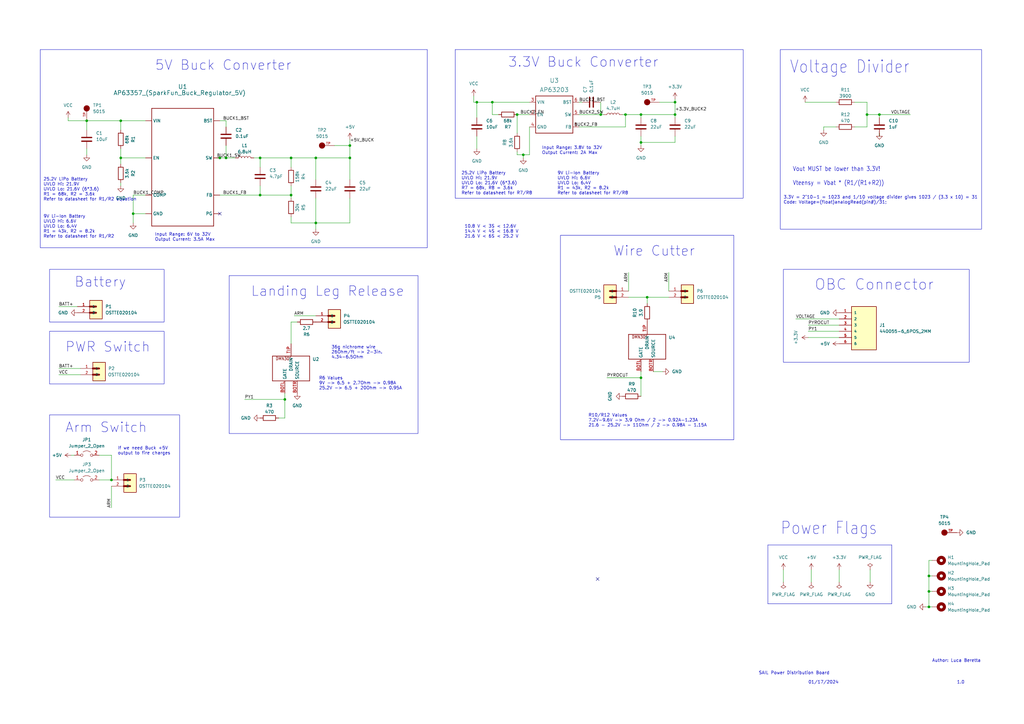
<source format=kicad_sch>
(kicad_sch (version 20230121) (generator eeschema)
  (paper "A3")
  (junction (at 201.93 41.91))
  (junction (at 129.54 64.77))
  (junction (at 276.86 46.99))
  (junction (at 129.54 91.44))
  (junction (at 262.89 58.42))
  (junction (at 256.54 46.99))
  (junction (at 212.09 46.99))
  (junction (at 119.38 64.77))
  (junction (at 45.72 196.85))
  (junction (at 35.56 49.53))
  (junction (at 262.89 46.99))
  (junction (at 265.43 121.92))
  (junction (at 246.38 46.99))
  (junction (at 214.63 63.5))
  (junction (at 116.84 163.83))
  (junction (at 381 248.92))
  (junction (at 54.61 87.63))
  (junction (at 92.71 64.77))
  (junction (at 90.17 64.77))
  (junction (at 143.51 59.69))
  (junction (at 381 236.22))
  (junction (at 360.68 46.99))
  (junction (at 195.58 41.91))
  (junction (at 276.86 41.91))
  (junction (at 355.6 46.99))
  (junction (at 49.53 64.77))
  (junction (at 106.68 64.77))
  (junction (at 262.89 154.94))
  (junction (at 381 242.57))
  (junction (at 143.51 64.77))
  (junction (at 106.68 80.01))
  (junction (at 119.38 80.01))
  (junction (at 49.53 49.53))
  (no_connect (at 245.11 237.49))
  (no_connect (at 90.17 87.63))
  (wire (pts (xy 214.63 63.5) (xy 217.17 63.5)))
  (wire (pts (xy 119.38 64.77) (xy 129.54 64.77)))
  (wire (pts (xy 360.68 46.99) (xy 373.38 46.99)) (stroke (width 0.1524)))
  (wire (pts (xy 262.89 55.88) (xy 262.89 58.42)))
  (wire (pts (xy 24.13 125.73) (xy 31.75 125.73)))
  (wire (pts (xy 201.93 46.99) (xy 204.47 46.99)))
  (wire (pts (xy 331.47 138.43) (xy 344.17 138.43)))
  (wire (pts (xy 106.68 80.01) (xy 119.38 80.01)))
  (wire (pts (xy 143.51 81.28) (xy 143.51 91.44)))
  (wire (pts (xy 353.06 41.91) (xy 355.6 41.91)) (stroke (width 0.1524)))
  (wire (pts (xy 119.38 64.77) (xy 119.38 68.58)))
  (wire (pts (xy 337.82 52.07) (xy 337.82 53.34)) (stroke (width 0.1524)))
  (wire (pts (xy 276.86 40.64) (xy 276.86 41.91)))
  (wire (pts (xy 45.72 186.69) (xy 45.72 196.85)))
  (wire (pts (xy 270.51 41.91) (xy 276.86 41.91)))
  (wire (pts (xy 356.87 233.68) (xy 356.87 238.76)))
  (wire (pts (xy 143.51 64.77) (xy 143.51 73.66)))
  (wire (pts (xy 143.51 57.15) (xy 143.51 59.69)))
  (wire (pts (xy 194.31 41.91) (xy 195.58 41.91)))
  (polyline (pts (xy 314.96 223.52) (xy 365.76 223.52)))
  (wire (pts (xy 262.89 58.42) (xy 262.89 59.69)))
  (wire (pts (xy 104.14 64.77) (xy 106.68 64.77)))
  (wire (pts (xy 237.49 52.07) (xy 256.54 52.07)))
  (wire (pts (xy 256.54 46.99) (xy 256.54 52.07)))
  (polyline (pts (xy 365.76 223.52) (xy 365.76 247.65)))
  (wire (pts (xy 24.13 153.67) (xy 33.02 153.67)))
  (wire (pts (xy 257.81 111.76) (xy 257.81 119.38)))
  (wire (pts (xy 120.65 129.54) (xy 129.54 129.54)))
  (wire (pts (xy 201.93 41.91) (xy 217.17 41.91)))
  (wire (pts (xy 106.68 64.77) (xy 119.38 64.77)))
  (wire (pts (xy 45.72 186.69) (xy 40.64 186.69)))
  (wire (pts (xy 271.78 152.4) (xy 267.97 152.4)))
  (wire (pts (xy 355.6 41.91) (xy 355.6 46.99)) (stroke (width 0.1524)))
  (wire (pts (xy 257.81 121.92) (xy 265.43 121.92)))
  (wire (pts (xy 212.09 46.99) (xy 212.09 54.61)))
  (wire (pts (xy 90.17 49.53) (xy 92.71 49.53)))
  (wire (pts (xy 129.54 73.66) (xy 129.54 64.77)))
  (wire (pts (xy 40.64 196.85) (xy 45.72 196.85)))
  (wire (pts (xy 195.58 55.88) (xy 195.58 60.96)))
  (wire (pts (xy 35.56 53.34) (xy 35.56 49.53)))
  (wire (pts (xy 194.31 41.91) (xy 194.31 39.37)))
  (wire (pts (xy 212.09 46.99) (xy 217.17 46.99)))
  (wire (pts (xy 92.71 64.77) (xy 92.71 59.69)))
  (wire (pts (xy 360.68 48.26) (xy 360.68 46.99)))
  (wire (pts (xy 265.43 121.92) (xy 274.32 121.92)))
  (wire (pts (xy 326.39 130.81) (xy 344.17 130.81)))
  (wire (pts (xy 237.49 41.91) (xy 238.76 41.91)))
  (wire (pts (xy 24.13 151.13) (xy 33.02 151.13)))
  (wire (pts (xy 262.89 162.56) (xy 262.89 154.94)))
  (wire (pts (xy 119.38 132.08) (xy 119.38 140.97)))
  (wire (pts (xy 246.38 41.91) (xy 246.38 46.99)))
  (wire (pts (xy 276.86 46.99) (xy 276.86 48.26)))
  (wire (pts (xy 248.92 154.94) (xy 262.89 154.94)))
  (wire (pts (xy 217.17 63.5) (xy 217.17 52.07)))
  (wire (pts (xy 49.53 60.96) (xy 49.53 64.77)))
  (wire (pts (xy 27.94 48.26) (xy 27.94 49.53)))
  (wire (pts (xy 137.16 59.69) (xy 143.51 59.69)))
  (wire (pts (xy 116.84 163.83) (xy 116.84 171.45)))
  (wire (pts (xy 212.09 62.23) (xy 212.09 63.5)))
  (wire (pts (xy 381 236.22) (xy 381 229.87)))
  (wire (pts (xy 214.63 64.77) (xy 214.63 63.5)))
  (wire (pts (xy 256.54 46.99) (xy 262.89 46.99)))
  (wire (pts (xy 106.68 76.2) (xy 106.68 80.01)))
  (wire (pts (xy 49.53 49.53) (xy 49.53 53.34)))
  (wire (pts (xy 100.33 163.83) (xy 116.84 163.83)))
  (wire (pts (xy 129.54 81.28) (xy 129.54 91.44)))
  (wire (pts (xy 88.9 64.77) (xy 90.17 64.77)))
  (polyline (pts (xy 314.96 247.65) (xy 314.96 223.52)))
  (wire (pts (xy 237.49 46.99) (xy 246.38 46.99)))
  (wire (pts (xy 119.38 76.2) (xy 119.38 80.01)))
  (wire (pts (xy 382.27 248.92) (xy 381 248.92)))
  (wire (pts (xy 27.94 49.53) (xy 35.56 49.53)))
  (wire (pts (xy 350.52 52.07) (xy 355.6 52.07)))
  (wire (pts (xy 381 236.22) (xy 381 242.57)))
  (wire (pts (xy 92.71 64.77) (xy 96.52 64.77)))
  (wire (pts (xy 143.51 59.69) (xy 143.51 64.77)))
  (wire (pts (xy 331.47 135.89) (xy 344.17 135.89)))
  (wire (pts (xy 201.93 41.91) (xy 201.93 46.99)))
  (wire (pts (xy 35.56 49.53) (xy 49.53 49.53)))
  (wire (pts (xy 129.54 91.44) (xy 143.51 91.44)))
  (wire (pts (xy 119.38 91.44) (xy 119.38 88.9)))
  (wire (pts (xy 54.61 80.01) (xy 54.61 87.63)))
  (wire (pts (xy 35.56 60.96) (xy 35.56 63.5)))
  (wire (pts (xy 344.17 233.68) (xy 344.17 238.76)))
  (wire (pts (xy 262.89 154.94) (xy 262.89 152.4)))
  (wire (pts (xy 262.89 46.99) (xy 276.86 46.99)))
  (wire (pts (xy 195.58 41.91) (xy 201.93 41.91)))
  (wire (pts (xy 121.92 132.08) (xy 119.38 132.08)))
  (wire (pts (xy 129.54 64.77) (xy 143.51 64.77)))
  (wire (pts (xy 321.31 238.76) (xy 321.31 233.68)))
  (wire (pts (xy 276.86 41.91) (xy 276.86 46.99)))
  (wire (pts (xy 331.47 133.35) (xy 344.17 133.35)))
  (wire (pts (xy 355.6 46.99) (xy 355.6 52.07)) (stroke (width 0.1524)))
  (wire (pts (xy 342.9 52.07) (xy 337.82 52.07)) (stroke (width 0.1524)))
  (wire (pts (xy 256.54 46.99) (xy 255.27 46.99)))
  (wire (pts (xy 330.2 41.91) (xy 342.9 41.91)) (stroke (width 0.1524)))
  (wire (pts (xy 274.32 111.76) (xy 274.32 119.38)))
  (wire (pts (xy 92.71 49.53) (xy 92.71 52.07)))
  (wire (pts (xy 49.53 76.2) (xy 49.53 74.93)))
  (wire (pts (xy 30.48 186.69) (xy 29.21 186.69)))
  (wire (pts (xy 90.17 64.77) (xy 92.71 64.77)))
  (wire (pts (xy 246.38 46.99) (xy 247.65 46.99)))
  (wire (pts (xy 276.86 55.88) (xy 276.86 58.42)))
  (wire (pts (xy 195.58 48.26) (xy 195.58 41.91)))
  (wire (pts (xy 129.54 91.44) (xy 129.54 93.98)))
  (wire (pts (xy 119.38 80.01) (xy 119.38 81.28)))
  (wire (pts (xy 45.72 199.39) (xy 45.72 208.28)))
  (wire (pts (xy 360.68 55.88) (xy 360.68 54.61)))
  (wire (pts (xy 116.84 161.29) (xy 116.84 163.83)))
  (wire (pts (xy 262.89 46.99) (xy 262.89 48.26)))
  (wire (pts (xy 49.53 49.53) (xy 59.69 49.53)))
  (wire (pts (xy 116.84 171.45) (xy 114.3 171.45)))
  (wire (pts (xy 381 236.22) (xy 382.27 236.22)))
  (wire (pts (xy 332.74 238.76) (xy 332.74 233.68)))
  (wire (pts (xy 54.61 91.44) (xy 54.61 87.63)))
  (wire (pts (xy 106.68 80.01) (xy 90.17 80.01)))
  (wire (pts (xy 350.52 41.91) (xy 353.06 41.91)))
  (polyline (pts (xy 314.96 247.65) (xy 365.76 247.65)))
  (wire (pts (xy 49.53 64.77) (xy 59.69 64.77)))
  (wire (pts (xy 49.53 64.77) (xy 49.53 67.31)))
  (wire (pts (xy 276.86 58.42) (xy 262.89 58.42)))
  (wire (pts (xy 355.6 46.99) (xy 360.68 46.99)) (stroke (width 0.1524)))
  (wire (pts (xy 22.86 196.85) (xy 30.48 196.85)))
  (wire (pts (xy 119.38 91.44) (xy 129.54 91.44)))
  (wire (pts (xy 106.68 64.77) (xy 106.68 68.58)))
  (wire (pts (xy 382.27 229.87) (xy 381 229.87)))
  (wire (pts (xy 381 242.57) (xy 381 248.92)))
  (wire (pts (xy 54.61 87.63) (xy 59.69 87.63)))
  (wire (pts (xy 265.43 124.46) (xy 265.43 121.92)))
  (wire (pts (xy 54.61 80.01) (xy 59.69 80.01)))
  (wire (pts (xy 382.27 242.57) (xy 381 242.57)))
  (wire (pts (xy 381 248.92) (xy 379.73 248.92)))
  (wire (pts (xy 212.09 63.5) (xy 214.63 63.5)))
  (rectangle (start 229.87 96.52) (end 300.99 180.34))
  (rectangle (start 93.98 113.03) (end 171.45 177.8))
  (rectangle (start 20.32 170.18) (end 73.66 212.09))
  (rectangle (start 186.69 20.32) (end 304.8 81.28))
  (rectangle (start 20.32 110.49) (end 67.31 132.08))
  (rectangle (start 16.51 20.32) (end 175.26 101.6))
  (rectangle (start 320.04 20.32) (end 402.59 93.98))
  (rectangle (start 20.32 135.89) (end 67.31 157.48))
  (rectangle (start 321.31 110.49) (end 397.51 148.59))
  (text "Input Range: 6V to 32V\nOutput Current: 3.5A Max" (at 63.5 99.06 0) (effects (font (size 1.27 1.27)) (justify left bottom)))
  (text "Landing Leg Release" (at 102.87 121.92 0) (effects (font (size 4 4)) (justify left bottom)))
  (text "If we need Buck +5V \noutput to fire charges" (at 48.26 186.69 0) (effects (font (size 1.27 1.27)) (justify left bottom)))
  (text "Vout MUST be lower than 3.3V!\n\nVteensy = Vbat * (R1/(R1+R2))" (at 325.12 76.2 0) (effects (font (size 1.778 1.5113)) (justify left bottom)))
  (text "R10/R12 Values\n7.2V-9.6V -> 3.9 Ohm / 2 -> 0.92A-1.23A\n21.6 - 25.2V -> 11Ohm / 2 -> 0.98A - 1.15A" (at 241.3 175.26 0) (effects (font (size 1.27 1.27)) (justify left bottom)))
  (text "01/17/2024" (at 331.47 280.67 0) (effects (font (size 1.27 1.27)) (justify left bottom)))
  (text "Wire Cutter" (at 251.46 105.41 0) (effects (font (size 4 4)) (justify left bottom)))
  (text "Author: Luca Beretta" (at 382.27 271.78 0) (effects (font (size 1.27 1.27)) (justify left bottom)))
  (text "Battery" (at 30.48 118.11 0) (effects (font (size 4 4)) (justify left bottom)))
  (text "25.2V LiPo Battery\nUVLO Hi: 21.9V\nUVLO Lo: 21.6V (6*3.6)\nR1 = 68k, R2 = 3.6k\nRefer to datasheet for R1/R2 equation" (at 17.78 82.55 0) (effects (font (size 1.27 1.27)) (justify left bottom)))
  (text "Power Flags" (at 320.04 219.71 0) (effects (font (size 5.08 4.318)) (justify left bottom)))
  (text "3.3V Buck Converter" (at 208.28 27.94 0) (effects (font (size 4 4)) (justify left bottom)))
  (text "3.3V = 2^10-1 = 1023 and 1/10 voltage divider gives 1023 / (3.3 x 10) = 31\nCode: Voltage=(float)analogRead(pin#)/31;" (at 321.31 83.82 0) (effects (font (size 1.27 1.27)) (justify left bottom)))
  (text "OBC Connector" (at 334.01 119.38 0) (effects (font (size 4.318 4.318)) (justify left bottom)))
  (text "1.0" (at 392.43 280.67 0) (effects (font (size 1.27 1.27)) (justify left bottom)))
  (text "5V Buck Converter" (at 63.5 29.21 0) (effects (font (size 4 4)) (justify left bottom)))
  (text "25.2V LiPo Battery\nUVLO Hi: 21.9V\nUVLO Lo: 21.6V (6*3.6)\nR7 = 68k, R8 = 3.6k\nRefer to datasheet for R7/R8" (at 189.23 80.01 0) (effects (font (size 1.27 1.27)) (justify left bottom)))
  (text "Input Range: 3.8V to 32V\nOutput Current: 2A Max" (at 222.25 63.5 0) (effects (font (size 1.27 1.27)) (justify left bottom)))
  (text "10.8 V < 3S < 12.6V\n14.4 V < 4S < 16.8 V\n21.6 V < 6S < 25.2 V" (at 190.5 97.79 0) (effects (font (size 1.27 1.27)) (justify left bottom)))
  (text "9V Li-Ion Battery\nUVLO Hi: 6.6V\nUVLO Lo: 6.4V\nR1 = 43k, R2 = 8.2k\nRefer to datasheet for R1/R2" (at 17.78 97.79 0) (effects (font (size 1.27 1.27)) (justify left bottom)))
  (text "R6 Values\n9V -> 6.5 + 2.7Ohm -> 0.98A \n25.2V -> 6.5 + 20Ohm -> 0.95A" (at 130.81 160.02 0) (effects (font (size 1.27 1.27)) (justify left bottom)))
  (text "Arm Switch" (at 26.67 177.8 0) (effects (font (size 4 4)) (justify left bottom)))
  (text "Voltage Divider" (at 323.85 30.48 0) (effects (font (size 5.08 4.318)) (justify left bottom)))
  (text "36g nichrome wire\n26Ohm/ft -> 2-3in.\n4.34-6.5Ohm" (at 135.89 147.32 0) (effects (font (size 1.27 1.27)) (justify left bottom)))
  (text "PWR Switch" (at 26.67 144.78 0) (effects (font (size 4 4)) (justify left bottom)))
  (text "9V Li-Ion Battery\nUVLO Hi: 6.6V\nUVLO Lo: 6.4V\nR1 = 43k, R2 = 8.2k\nRefer to datasheet for R7/R8" (at 228.6 80.01 0) (effects (font (size 1.27 1.27)) (justify left bottom)))
  (text "SAIL Power Distribution Board" (at 311.15 276.86 0) (effects (font (size 1.27 1.27)) (justify left bottom)))
  (label "VOLTAGE" (at 373.38 46.99 180) (effects (font (size 1.2446 1.2446))))
  (label "PY1" (at 100.33 163.83 0))
  (label "ARM" (at 120.65 129.54 0) (effects (font (size 1.2446 1.2446))))
  (label "BATT+" (at 24.13 125.73 0) (effects (font (size 1.2446 1.2446))))
  (label "ARM" (at 257.81 111.76 270) (effects (font (size 1.2446 1.2446))))
  (label "BATT+" (at 24.13 151.13 0) (effects (font (size 1.2446 1.2446))))
  (label "BUCK1_BST" (at 91.44 49.53 0) (effects (font (size 1.2446 1.2446))))
  (label "PYROCUT" (at 331.47 133.35 0))
  (label "BUCK1_COMP" (at 54.61 80.01 0) (effects (font (size 1.2446 1.2446))))
  (label "PYROCUT" (at 248.92 154.94 0))
  (label "BUCK1_SW" (at 88.9 64.77 0) (effects (font (size 1.2446 1.2446))))
  (label "BUCK2_BST" (at 237.49 41.91 0) (effects (font (size 1.2446 1.2446))))
  (label "+5V_BUCK" (at 143.51 58.42 0) (effects (font (size 1.2446 1.2446))))
  (label "ARM" (at 274.32 111.76 270) (effects (font (size 1.2446 1.2446))))
  (label "VCC" (at 24.13 153.67 0) (effects (font (size 1.2446 1.2446))))
  (label "BUCK2_FB" (at 245.11 52.07 180) (effects (font (size 1.2446 1.2446))))
  (label "ARM" (at 45.72 208.28 90) (effects (font (size 1.2446 1.2446))))
  (label "PY1" (at 331.47 135.89 0))
  (label "+3.3V_BUCK2" (at 276.86 45.72 0) (effects (font (size 1.2446 1.2446))))
  (label "BUCK2_EN" (at 213.36 46.99 0) (effects (font (size 1.2446 1.2446))))
  (label "VCC" (at 22.86 196.85 0) (effects (font (size 1.2446 1.2446))))
  (label "VOLTAGE" (at 326.39 130.81 0) (effects (font (size 1.2446 1.2446))))
  (label "BUCK1_FB" (at 91.44 80.01 0) (effects (font (size 1.2446 1.2446))))
  (label "BUCK2_SW" (at 237.49 46.99 0) (effects (font (size 1.2446 1.2446))))
  (symbol (lib_id "Device:C") (at 262.89 52.07 0) (unit 1)
    (property "Reference" "C8" (at 266.7 49.53 0) (effects (justify left)))
    (property "Value" "22uF" (at 266.7 52.07 0) (effects (justify left)))
    (property "Footprint" "CustomFootprintLib:0805-NO (Capacitor)" (effects hide))
    (property "Datasheet" "https://product.tdk.com/system/files/dam/doc/product/capacitor/ceramic/mlcc/catalog/mlcc_commercial_general_en.pdf" (effects hide))
    (property "MANUFACTURER" "TDK Corporation" (effects hide))
    (property "Item #" "4" (effects hide))
    (property "Package/Footprint" "0805" (effects hide))
    (property "Type" "SMD" (effects hide))
    (property "Distributor" "DigiKey" (effects hide))
    (property "Produce Page" "https://www.digikey.com/en/products/detail/tdk-corporation/C2012X5R1V226M125AC/3951664" (effects hide))
    (property "Price" "$0.82" (effects hide))
    (property "Distributor Part Number" "445-14428-1-ND" (effects hide))
  )
  (symbol (lib_id "power:GND") (at 255.27 162.56 270) (unit 1)
    (property "Reference" "#PWR013" (effects hide))
    (property "Value" "GND" (at 250.19 162.56 0))
  )
  (symbol (lib_id "power:GND") (at 121.92 161.29 0) (unit 1)
    (property "Reference" "#PWR07" (effects hide))
    (property "Value" "GND" (at 121.92 166.37 0))
  )
  (symbol (lib_name "TERMBLOCK_OSTTE020104_35MM_2") (lib_id "CustomComponents:TERMBLOCK_OSTTE020104_35MM") (at 36.83 125.73 0) (unit 1)
    (property "Reference" "P1" (at 43.18 125.73 0) (effects (justify left)))
    (property "Value" "OSTTE020104" (at 43.18 128.27 0) (effects (justify left)))
    (property "Footprint" "CustomFootprintLib:TERMBLOCK_OSTTE020104_3_5MM" (effects hide))
    (property "Datasheet" "https://www.on-shore.com/wp-content/uploads/OSTTEXX0104.pdf" (effects hide))
    (property "MANUFACTURER" "On Shore Technology Inc." (effects hide))
    (property "Item #" "13" (effects hide))
    (property "Mfg Part #" "OSTTE020104" (effects hide))
    (property "Type" "THT" (effects hide))
    (property "Distributor" "DigiKey" (effects hide))
    (property "Produce Page" "https://www.digikey.com/en/products/detail/on-shore-technology-inc/OSTTE020104/2351816" (effects hide))
    (property "Price" "$0.79" (effects hide))
    (property "Distributor Part Number" "ED2740-ND" (effects hide))
  )
  (symbol (lib_id "power:GND") (at 195.58 60.96 0) (unit 1)
    (property "Reference" "#PWR011" (effects hide))
    (property "Value" "GND" (at 195.58 66.04 0))
  )
  (symbol (lib_id "power:GND") (at 344.17 128.27 270) (unit 1)
    (property "Reference" "#PWR022" (effects hide))
    (property "Value" "GND" (at 340.36 128.27 90) (effects (justify right)))
  )
  (symbol (lib_id "Device:C") (at 195.58 52.07 0) (unit 1)
    (property "Reference" "C6" (at 199.39 49.53 0) (effects (justify left)))
    (property "Value" "10uF" (at 199.39 52.07 0) (effects (justify left)))
    (property "Footprint" "CustomFootprintLib:0805-NO (Capacitor)" (effects hide))
    (property "Datasheet" "https://product.tdk.com/system/files/dam/doc/product/capacitor/ceramic/mlcc/catalog/mlcc_commercial_general_en.pdf" (effects hide))
    (property "MANUFACTURER" "TDK Corporation" (effects hide))
    (property "Item #" "1" (effects hide))
    (property "Mfg Part #" "C2012X5R1V106K125AC" (effects hide))
    (property "Package/Footprint" "0805" (effects hide))
    (property "Type" "SMD" (effects hide))
    (property "Distributor" "DigiKey" (effects hide))
    (property "Produce Page" "https://www.digikey.com/en/products/detail/tdk-corporation/C2012X5R1V106K125AC/3951654" (effects hide))
    (property "Price" "$0.66" (effects hide))
    (property "Distributor Part Number" "445-14418-1-ND" (effects hide))
  )
  (symbol (lib_id "Device:R") (at 110.49 171.45 90) (unit 1)
    (property "Reference" "R3" (at 110.49 166.37 90))
    (property "Value" "470" (at 110.49 168.91 90))
    (property "Footprint" "CustomFootprintLib:0805-NO-Resistor" (effects hide))
    (property "Datasheet" "https://www.seielect.com/catalog/sei-rmcf_rmcp.pdf" (effects hide))
    (property "Item #" "16" (effects hide))
    (property "Mfg Part #" "RMCF0805FT470R" (effects hide))
    (property "Package/Footprint" "0805" (effects hide))
    (property "Type" "SMD" (effects hide))
    (property "Distributor" "DigiKey" (effects hide))
    (property "Produce Page" "https://www.digikey.com/en/products/detail/stackpole-electronics-inc/RMCF0805FT470R/1760300" (effects hide))
    (property "MANUFACTURER" "Stackpole Electronics Inc" (effects hide))
    (property "Price" "$0.10" (effects hide))
    (property "Distributor Part Number" "RMCF0805FT470RCT-ND" (effects hide))
  )
  (symbol (lib_id "CustomComponents:TERMBLOCK_OSTTE020104_35MM") (at 38.1 151.13 0) (unit 1)
    (property "Reference" "P2" (at 45.72 151.13 0))
    (property "Value" "OSTTE020104" (at 50.8 153.67 0))
    (property "Footprint" "CustomFootprintLib:TERMBLOCK_OSTTE020104_3_5MM" (effects hide))
    (property "Datasheet" "https://www.on-shore.com/wp-content/uploads/OSTTEXX0104.pdf" (effects hide))
    (property "MANUFACTURER" "On Shore Technology Inc." (effects hide))
    (property "Item #" "13" (effects hide))
    (property "Mfg Part #" "OSTTE020104" (effects hide))
    (property "Type" "THT" (effects hide))
    (property "Distributor" "DigiKey" (effects hide))
    (property "Produce Page" "https://www.digikey.com/en/products/detail/on-shore-technology-inc/OSTTE020104/2351816" (effects hide))
    (property "Price" "$0.79" (effects hide))
    (property "Distributor Part Number" "ED2740-ND" (effects hide))
  )
  (symbol (lib_id "Device:R") (at 49.53 71.12 0) (unit 1)
    (property "Reference" "R2" (at 54.61 71.12 90))
    (property "Value" "3.6k" (at 52.07 71.12 90))
    (property "Footprint" "CustomFootprintLib:0805-NO-Resistor" (effects hide))
    (property "Datasheet" "https://www.seielect.com/catalog/sei-rmcf_rmcp.pdf" (effects hide))
    (property "Item #" "15" (effects hide))
    (property "Mfg Part #" "RMCF0805FT3K60" (effects hide))
    (property "Package/Footprint" "0805" (effects hide))
    (property "Type" "SMD" (effects hide))
    (property "Distributor" "DigiKey" (effects hide))
    (property "Produce Page" "https://www.digikey.com/en/products/detail/stackpole-electronics-inc/RMCF0805FT3K60/1712987" (effects hide))
    (property "MANUFACTURER" "Stackpole Electronics Inc" (effects hide))
    (property "Price" "$0.10" (effects hide))
    (property "Distributor Part Number" "RMCF0805FT3K60CT-ND" (effects hide))
  )
  (symbol (lib_id "Device:C") (at 129.54 77.47 0) (unit 1)
    (property "Reference" "C4" (at 133.35 74.93 0) (effects (justify left)))
    (property "Value" "22uF" (at 133.35 77.47 0) (effects (justify left)))
    (property "Footprint" "CustomFootprintLib:0805-NO (Capacitor)" (effects hide))
    (property "Datasheet" "https://product.tdk.com/system/files/dam/doc/product/capacitor/ceramic/mlcc/catalog/mlcc_commercial_general_en.pdf" (effects hide))
    (property "MANUFACTURER" "TDK Corporation" (effects hide))
    (property "Item #" "4" (effects hide))
    (property "Package/Footprint" "0805" (effects hide))
    (property "Type" "SMD" (effects hide))
    (property "Distributor" "DigiKey" (effects hide))
    (property "Produce Page" "https://www.digikey.com/en/products/detail/tdk-corporation/C2012X5R1V226M125AC/3951664" (effects hide))
    (property "Price" "$0.82" (effects hide))
    (property "Distributor Part Number" "445-14428-1-ND" (effects hide))
  )
  (symbol (lib_id "Device:C") (at 143.51 77.47 0) (unit 1)
    (property "Reference" "C5" (at 147.32 74.93 0) (effects (justify left)))
    (property "Value" "22uF" (at 147.32 77.47 0) (effects (justify left)))
    (property "Footprint" "CustomFootprintLib:0805-NO (Capacitor)" (effects hide))
    (property "Datasheet" "https://product.tdk.com/system/files/dam/doc/product/capacitor/ceramic/mlcc/catalog/mlcc_commercial_general_en.pdf" (effects hide))
    (property "MANUFACTURER" "TDK Corporation" (effects hide))
    (property "Item #" "4" (effects hide))
    (property "Package/Footprint" "0805" (effects hide))
    (property "Type" "SMD" (effects hide))
    (property "Distributor" "DigiKey" (effects hide))
    (property "Produce Page" "https://www.digikey.com/en/products/detail/tdk-corporation/C2012X5R1V226M125AC/3951664" (effects hide))
    (property "Price" "$0.82" (effects hide))
    (property "Distributor Part Number" "445-14428-1-ND" (effects hide))
  )
  (symbol (lib_id "power:PWR_FLAG") (at 321.31 238.76 0) (mirror x) (unit 1)
    (property "Reference" "#FLG01" (effects hide))
    (property "Value" "PWR_FLAG" (at 321.31 243.84 0))
  )
  (symbol (lib_id "Device:C") (at 106.68 72.39 0) (unit 1)
    (property "Reference" "C3" (at 110.49 69.85 0) (effects (justify left)))
    (property "Value" "4.7pF" (at 110.49 72.39 0) (effects (justify left)))
    (property "Footprint" "CustomFootprintLib:0805-NO (Capacitor)" (effects hide))
    (property "Datasheet" "https://datasheets.kyocera-avx.com/C0GNP0-KGM.pdf" (effects hide))
    (property "MANUFACTURER" "KYOCERA AVX" (effects hide))
    (property "Item #" "3" (effects hide))
    (property "Mfg Part #" "KGM21BCG1H4R7BT" (effects hide))
    (property "Package/Footprint" "0805" (effects hide))
    (property "Type" "SMD" (effects hide))
    (property "Distributor" "DigiKey" (effects hide))
    (property "Produce Page" "https://www.digikey.com/en/products/detail/kyocera-avx/KGM21BCG1H4R7BT/1602643" (effects hide))
    (property "Price" "$0.19" (effects hide))
    (property "Distributor Part Number" "478-KGM21BCG1H4R7BTCT-ND" (effects hide))
  )
  (symbol (lib_id "Mechanical:MountingHole_Pad") (at 384.81 236.22 270) (unit 1)
    (property "Reference" "H2" (at 388.62 234.95 90) (effects (justify left)))
    (property "Value" "MountingHole_Pad" (at 388.62 237.49 90) (effects (justify left)))
    (property "Footprint" "MountingHole:MountingHole_3mm_Pad" (effects hide))
    (property "Datasheet" "-" (effects hide))
    (property "Item #" "8" (effects hide))
    (property "Mfg Part #" "-" (effects hide))
    (property "Notes" "-" (effects hide))
    (property "Package/Footprint" "-" (effects hide))
    (property "Type" "-" (effects hide))
    (property "Distributor" "-" (effects hide))
    (property "Produce Page" "-" (effects hide))
    (property "MANUFACTURER" "-" (effects hide))
    (property "Price" "-" (effects hide))
    (property "Distributor Part Number" "-" (effects hide))
  )
  (symbol (lib_id "power:PWR_FLAG") (at 344.17 238.76 0) (mirror x) (unit 1)
    (property "Reference" "#FLG03" (effects hide))
    (property "Value" "PWR_FLAG" (at 344.17 243.84 0))
  )
  (symbol (lib_id "Device:R") (at 346.71 52.07 90) (unit 1)
    (property "Reference" "R12" (at 346.71 46.99 90))
    (property "Value" "470" (at 346.71 49.53 90))
    (property "Footprint" "CustomFootprintLib:0805-NO-Resistor" (effects hide))
    (property "Datasheet" "https://www.seielect.com/catalog/sei-rmcf_rmcp.pdf" (effects hide))
    (property "Item #" "16" (effects hide))
    (property "Mfg Part #" "RMCF0805FT470R" (effects hide))
    (property "Package/Footprint" "0805" (effects hide))
    (property "Type" "SMD" (effects hide))
    (property "Distributor" "DigiKey" (effects hide))
    (property "Produce Page" "https://www.digikey.com/en/products/detail/stackpole-electronics-inc/RMCF0805FT470R/1760300" (effects hide))
    (property "MANUFACTURER" "Stackpole Electronics Inc" (effects hide))
    (property "Price" "$0.10" (effects hide))
    (property "Distributor Part Number" "RMCF0805FT470RCT-ND" (effects hide))
  )
  (symbol (lib_id "Device:R") (at 125.73 132.08 270) (unit 1)
    (property "Reference" "R6" (at 125.73 137.16 90))
    (property "Value" "2.7" (at 125.73 134.62 90))
    (property "Footprint" "Resistor_THT:R_Axial_DIN0204_L3.6mm_D1.6mm_P2.54mm_Vertical" (effects hide))
    (property "Datasheet" "https://www.seielect.com/catalog/sei-rmcf_rmcp.pdf" (effects hide))
    (property "Item #" "15" (effects hide))
    (property "Package/Footprint" "0805" (effects hide))
    (property "Type" "THT" (effects hide))
    (property "Distributor" "DigiKey" (effects hide))
    (property "Produce Page" "https://www.digikey.com/en/products/detail/stackpole-electronics-inc/CFM12JT2R70/1741892" (effects hide))
    (property "Price" "$0.10" (effects hide))
    (property "Distributor Part Number" "S2.7HCT-ND" (effects hide))
  )
  (symbol (lib_id "Device:R") (at 208.28 46.99 270) (unit 1)
    (property "Reference" "R7" (at 208.28 52.07 90))
    (property "Value" "68k" (at 208.28 49.53 90))
    (property "Footprint" "CustomFootprintLib:0805-NO-Resistor" (effects hide))
    (property "Datasheet" "https://www.koaspeer.com/pdfs/RK73B.pdf" (effects hide))
    (property "Item #" "14" (effects hide))
    (property "Mfg Part #" "RK73B2ATTD683J" (effects hide))
    (property "Package/Footprint" "0805" (effects hide))
    (property "Type" "SMD" (effects hide))
    (property "Distributor" "DigiKey" (effects hide))
    (property "Produce Page" "https://www.digikey.com/en/products/detail/koa-speer-electronics-inc/RK73B2ATTD683J/10236511" (effects hide))
    (property "MANUFACTURER" "KOA Speer Electronics, Inc." (effects hide))
    (property "Price" "$0.10" (effects hide))
    (property "Distributor Part Number" "2019-RK73B2ATTD683JCT-ND" (effects hide))
  )
  (symbol (lib_id "power:GND") (at 129.54 93.98 0) (unit 1)
    (property "Reference" "#PWR08" (effects hide))
    (property "Value" "GND" (at 129.54 99.06 0))
  )
  (symbol (lib_id "power:+5V") (at 344.17 140.97 90) (unit 1)
    (property "Reference" "#PWR023" (effects hide))
    (property "Value" "+5V" (at 340.36 140.97 90) (effects (justify left)))
  )
  (symbol (lib_id "CustomComponents:440055-6_6POS_2MM") (at 354.33 135.89 0) (unit 1)
    (property "Reference" "J1" (at 360.68 133.35 0) (effects (justify left)))
    (property "Value" "440055-6_6POS_2MM" (at 360.68 135.89 0) (effects (justify left)))
    (property "Footprint" "CustomFootprintLib:TE_440055-6_6POS_2MM" (effects hide))
    (property "Datasheet" "https://www.te.com/usa-en/product-440055-6.datasheet.pdf" (effects hide))
    (property "MANUFACTURER" "TE Connectivity AMP Connectors" (effects hide))
    (property "Item #" "9" (effects hide))
    (property "Type" "SMD" (effects hide))
    (property "Distributor" "DigiKey" (effects hide))
    (property "Produce Page" "https://www.digikey.com/en/products/detail/te-connectivity-amp-connectors/440055-6/2077950" (effects hide))
    (property "Price" "$0.41" (effects hide))
    (property "Distributor Part Number" "A100047-ND" (effects hide))
  )
  (symbol (lib_id "power:GND") (at 262.89 59.69 0) (unit 1)
    (property "Reference" "#PWR014" (effects hide))
    (property "Value" "GND" (at 262.89 64.77 0))
  )
  (symbol (lib_id "Jumper:Jumper_2_Open") (at 35.56 196.85 0) (unit 1)
    (property "Reference" "JP3" (at 35.56 190.5 0))
    (property "Value" "Jumper_2_Open" (at 35.56 193.04 0))
    (property "Footprint" "Jumper:SolderJumper-2_P1.3mm_Open_Pad1.0x1.5mm" (effects hide))
    (property "Datasheet" "-" (effects hide))
    (property "Distributor Part Number" "-" (effects hide))
    (property "Distributor" "-" (effects hide))
    (property "Item #" "10" (effects hide))
    (property "MANUFACTURER" "-" (effects hide))
    (property "Mfg Part #" "-" (effects hide))
    (property "Notes" "-" (effects hide))
    (property "Package/Footprint" "-" (effects hide))
    (property "Price" "-" (effects hide))
    (property "Produce Page" "-" (effects hide))
    (property "Type" "-" (effects hide))
  )
  (symbol (lib_id "Device:R") (at 346.71 41.91 90) (unit 1)
    (property "Reference" "R11" (at 346.71 36.83 90))
    (property "Value" "3900" (at 346.71 39.37 90))
    (property "Footprint" "CustomFootprintLib:0805-NO-Resistor" (effects hide))
    (property "Datasheet" "https://www.seielect.com/catalog/sei-rmcf_rmcp.pdf" (effects hide))
    (property "Item #" "21" (effects hide))
    (property "Mfg Part #" "RMCF0805FT3K90" (effects hide))
    (property "Package/Footprint" "0805" (effects hide))
    (property "Type" "SMD" (effects hide))
    (property "Distributor" "DigiKey" (effects hide))
    (property "Produce Page" "https://www.digikey.com/en/products/detail/stackpole-electronics-inc/RMCF0805FT3K90/1760599" (effects hide))
    (property "MANUFACTURER" "Stackpole Electronics Inc" (effects hide))
    (property "Price" "$0.10" (effects hide))
    (property "Distributor Part Number" "RMCF0805FT3K90CT-ND" (effects hide))
  )
  (symbol (lib_id "power:VCC") (at 194.31 39.37 0) (unit 1)
    (property "Reference" "#PWR010" (effects hide))
    (property "Value" "VCC" (at 194.31 34.29 0))
  )
  (symbol (lib_id "Device:C") (at 92.71 55.88 0) (unit 1)
    (property "Reference" "C2" (at 96.52 53.34 0) (effects (justify left)))
    (property "Value" "0.1uF" (at 96.52 55.88 0) (effects (justify left)))
    (property "Footprint" "CustomFootprintLib:0805-NO (Capacitor)" (effects hide))
    (property "Datasheet" "https://www.yageo.com/upload/media/product/app/datasheet/mlcc/upy-gphc_x7r_6_3v-to-250v.pdf" (effects hide))
    (property "MANUFACTURER" "YAGEO" (effects hide))
    (property "Item #" "2" (effects hide))
    (property "Mfg Part #" "CC0805KRX7R9BB104" (effects hide))
    (property "Package/Footprint" "0805" (effects hide))
    (property "Type" "SMD" (effects hide))
    (property "Distributor" "DigiKey" (effects hide))
    (property "Produce Page" "https://www.digikey.com/en/products/detail/yageo/CC0805KRX7R9BB104/302874" (effects hide))
    (property "Price" "$0.10" (effects hide))
    (property "Distributor Part Number" "311-1140-1-ND" (effects hide))
  )
  (symbol (lib_id "power:GND") (at 35.56 63.5 0) (unit 1)
    (property "Reference" "#PWR03" (effects hide))
    (property "Value" "GND" (at 35.56 68.58 0))
  )
  (symbol (lib_id "CustomComponents:TERMBLOCK_OSTTE020104_35MM") (at 50.8 196.85 0) (unit 1)
    (property "Reference" "P3" (at 58.42 196.85 0))
    (property "Value" "OSTTE020104" (at 63.5 199.39 0))
    (property "Footprint" "CustomFootprintLib:TERMBLOCK_OSTTE020104_3_5MM" (effects hide))
    (property "Datasheet" "https://www.on-shore.com/wp-content/uploads/OSTTEXX0104.pdf" (effects hide))
    (property "MANUFACTURER" "On Shore Technology Inc." (effects hide))
    (property "Item #" "13" (effects hide))
    (property "Mfg Part #" "OSTTE020104" (effects hide))
    (property "Type" "THT" (effects hide))
    (property "Distributor" "DigiKey" (effects hide))
    (property "Produce Page" "https://www.digikey.com/en/products/detail/on-shore-technology-inc/OSTTE020104/2351816" (effects hide))
    (property "Price" "$0.79" (effects hide))
    (property "Distributor Part Number" "ED2740-ND" (effects hide))
  )
  (symbol (lib_id "power:VCC") (at 321.31 233.68 0) (unit 1)
    (property "Reference" "#PWR017" (effects hide))
    (property "Value" "VCC" (at 321.31 228.6 0))
  )
  (symbol (lib_id "power:+5V") (at 332.74 233.68 0) (mirror y) (unit 1)
    (property "Reference" "#PWR020" (effects hide))
    (property "Value" "+5V" (at 332.74 228.6 0))
  )
  (symbol (lib_id "power:PWR_FLAG") (at 332.74 238.76 0) (mirror x) (unit 1)
    (property "Reference" "#FLG02" (effects hide))
    (property "Value" "PWR_FLAG" (at 332.74 243.84 0))
  )
  (symbol (lib_id "power:GND") (at 379.73 248.92 270) (unit 1)
    (property "Reference" "#PWR027" (effects hide))
    (property "Value" "GND" (at 375.92 248.92 90) (effects (justify right)))
  )
  (symbol (lib_id "CustomComponents:Sparkfun_Buck_AP63203_3.3") (at 227.33 46.99 0) (unit 1)
    (property "Reference" "U3" (at 227.33 33.02 0) (effects (font (size 1.778 1.778))))
    (property "Value" "AP63203" (at 227.33 36.83 0) (effects (font (size 1.778 1.778))))
    (property "Footprint" "CustomFootprintLib:BUCK_AP63203_3.3_SPARKFUN" (effects hide))
    (property "Datasheet" "https://www.diodes.com/assets/Datasheets/AP63200-AP63201-AP63203-AP63205.pdf" (effects hide))
    (property "Item #" "25" (effects hide))
    (property "Mfg Part #" "AP63203WU-7" (effects hide))
    (property "Package/Footprint" "TSOT-23-6" (effects hide))
    (property "Type" "SMD" (effects hide))
    (property "Distributor" "DigiKey" (effects hide))
    (property "Produce Page" "https://www.digikey.com/en/products/detail/diodes-incorporated/AP63203WU-7/9858426" (effects hide))
    (property "MANUFACTURER" "Diodes Incorporated" (effects hide))
    (property "Price" "$0.87" (effects hide))
    (property "Distributor Part Number" "AP63203WU-7DICT-ND" (effects hide))
  )
  (symbol (lib_id "Device:R") (at 119.38 85.09 0) (unit 1)
    (property "Reference" "R5" (at 124.46 85.09 90))
    (property "Value" "30k" (at 121.92 85.09 90))
    (property "Footprint" "CustomFootprintLib:0805-NO-Resistor" (effects hide))
    (property "Datasheet" "https://www.seielect.com/catalog/sei-rmcf_rmcp.pdf" (effects hide))
    (property "Item #" "18" (effects hide))
    (property "Mfg Part #" "RMCF0805FT30K0" (effects hide))
    (property "Package/Footprint" "0805" (effects hide))
    (property "Type" "SMD" (effects hide))
    (property "Distributor" "DigiKey" (effects hide))
    (property "Produce Page" "https://www.digikey.com/en/products/detail/stackpole-electronics-inc/RMCF0805FT30K0/1760543" (effects hide))
    (property "MANUFACTURER" "Stackpole Electronics Inc" (effects hide))
    (property "Price" "$0.10" (effects hide))
    (property "Distributor Part Number" "RMCF0805FT30K0CT-ND" (effects hide))
  )
  (symbol (lib_id "power:+5V") (at 29.21 186.69 90) (unit 1)
    (property "Reference" "#PWR029" (effects hide))
    (property "Value" "+5V" (at 25.4 186.69 90) (effects (justify left)))
  )
  (symbol (lib_id "power:VCC") (at 27.94 48.26 0) (unit 1)
    (property "Reference" "#PWR01" (effects hide))
    (property "Value" "VCC" (at 27.94 43.18 0))
  )
  (symbol (lib_id "power:GND") (at 54.61 91.44 0) (unit 1)
    (property "Reference" "#PWR05" (effects hide))
    (property "Value" "GND" (at 54.61 96.52 0))
  )
  (symbol (lib_id "CustomComponents:DMN3051L-7") (at 119.38 156.21 0) (unit 1)
    (property "Reference" "U2" (at 129.54 147.32 0))
    (property "Value" "DMN3051L-7" (effects hide))
    (property "Footprint" "CustomFootprintLib:DMN3051L-7" (effects hide))
    (property "Datasheet" "https://www.diodes.com/assets/Datasheets/ds31347.pdf" (effects hide))
    (property "Item #" "24" (effects hide))
    (property "Mfg Part #" "DMN3051L-7" (effects hide))
    (property "Package/Footprint" "SOT-23-3" (effects hide))
    (property "Type" "SMD" (effects hide))
    (property "Distributor" "DigiKey" (effects hide))
    (property "Produce Page" "https://www.digikey.com/en/products/detail/diodes-incorporated/DMN3051L-7/1964680" (effects hide))
    (property "MANUFACTURER" "Diodes Incorporated" (effects hide))
    (property "Price" "$0.46" (effects hide))
    (property "Distributor Part Number" "DMN3051LDICT-ND" (effects hide))
  )
  (symbol (lib_id "Mechanical:MountingHole_Pad") (at 384.81 248.92 270) (unit 1)
    (property "Reference" "H4" (at 388.62 247.65 90) (effects (justify left)))
    (property "Value" "MountingHole_Pad" (at 388.62 250.19 90) (effects (justify left)))
    (property "Footprint" "MountingHole:MountingHole_3mm_Pad" (effects hide))
    (property "Datasheet" "-" (effects hide))
    (property "Item #" "8" (effects hide))
    (property "Mfg Part #" "-" (effects hide))
    (property "Notes" "-" (effects hide))
    (property "Package/Footprint" "-" (effects hide))
    (property "Type" "-" (effects hide))
    (property "Distributor" "-" (effects hide))
    (property "Produce Page" "-" (effects hide))
    (property "MANUFACTURER" "-" (effects hide))
    (property "Price" "-" (effects hide))
    (property "Distributor Part Number" "-" (effects hide))
  )
  (symbol (lib_id "Device:C") (at 276.86 52.07 0) (unit 1)
    (property "Reference" "C9" (at 280.67 49.53 0) (effects (justify left)))
    (property "Value" "22uF" (at 280.67 52.07 0) (effects (justify left)))
    (property "Footprint" "CustomFootprintLib:0805-NO (Capacitor)" (effects hide))
    (property "Datasheet" "https://product.tdk.com/system/files/dam/doc/product/capacitor/ceramic/mlcc/catalog/mlcc_commercial_general_en.pdf" (effects hide))
    (property "MANUFACTURER" "TDK Corporation" (effects hide))
    (property "Item #" "4" (effects hide))
    (property "Package/Footprint" "0805" (effects hide))
    (property "Type" "SMD" (effects hide))
    (property "Distributor" "DigiKey" (effects hide))
    (property "Produce Page" "https://www.digikey.com/en/products/detail/tdk-corporation/C2012X5R1V226M125AC/3951664" (effects hide))
    (property "Price" "$0.82" (effects hide))
    (property "Distributor Part Number" "445-14428-1-ND" (effects hide))
  )
  (symbol (lib_id "CustomComponents:TERMBLOCK_OSTTE020104_35MM") (at 279.4 119.38 0) (unit 1)
    (property "Reference" "P6" (at 285.75 119.38 0) (effects (justify left)))
    (property "Value" "OSTTE020104" (at 285.75 121.92 0) (effects (justify left)))
    (property "Footprint" "CustomFootprintLib:TERMBLOCK_OSTTE020104_3_5MM" (effects hide))
    (property "Datasheet" "https://www.on-shore.com/wp-content/uploads/OSTTEXX0104.pdf" (effects hide))
    (property "MANUFACTURER" "On Shore Technology Inc." (effects hide))
    (property "Item #" "13" (effects hide))
    (property "Mfg Part #" "OSTTE020104" (effects hide))
    (property "Type" "THT" (effects hide))
    (property "Distributor" "DigiKey" (effects hide))
    (property "Produce Page" "https://www.digikey.com/en/products/detail/on-shore-technology-inc/OSTTE020104/2351816" (effects hide))
    (property "Price" "$0.79" (effects hide))
    (property "Distributor Part Number" "ED2740-ND" (effects hide))
  )
  (symbol (lib_id "power:GND") (at 214.63 64.77 0) (unit 1)
    (property "Reference" "#PWR012" (effects hide))
    (property "Value" "GND" (at 214.63 69.85 0))
  )
  (symbol (lib_id "Device:L") (at 251.46 46.99 90) (unit 1)
    (property "Reference" "L2" (at 251.46 41.91 90))
    (property "Value" "4.7uH" (at 251.46 44.45 90))
    (property "Footprint" "CustomFootprintLib:IND_NRS4018T4R7MDGJ_4.7uH" (effects hide))
    (property "Datasheet" "https://www.yuden.co.jp/productdata/catalog/wound04_e.pdf" (effects hide))
    (property "Item #" "12" (effects hide))
    (property "Mfg Part #" "NRS4018T4R7MDGJ" (effects hide))
    (property "Type" "SMD" (effects hide))
    (property "Distributor" "DigiKey" (effects hide))
    (property "MANUFACTURER" "Taiyo Yuden" (effects hide))
    (property "Produce Page" "https://www.digikey.com/en/products/detail/taiyo-yuden/NRS4018T4R7MDGJ/2648971" (effects hide))
    (property "Price" "$0.23" (effects hide))
    (property "Distributor Part Number" "587-2893-1-ND" (effects hide))
  )
  (symbol (lib_id "Jumper:Jumper_2_Open") (at 35.56 186.69 0) (unit 1)
    (property "Reference" "JP1" (at 35.56 180.34 0))
    (property "Value" "Jumper_2_Open" (at 35.56 182.88 0))
    (property "Footprint" "Jumper:SolderJumper-2_P1.3mm_Open_Pad1.0x1.5mm" (effects hide))
    (property "Datasheet" "-" (effects hide))
    (property "Distributor Part Number" "-" (effects hide))
    (property "Distributor" "-" (effects hide))
    (property "Item #" "10" (effects hide))
    (property "MANUFACTURER" "-" (effects hide))
    (property "Mfg Part #" "-" (effects hide))
    (property "Notes" "-" (effects hide))
    (property "Package/Footprint" "-" (effects hide))
    (property "Price" "-" (effects hide))
    (property "Produce Page" "-" (effects hide))
    (property "Type" "-" (effects hide))
  )
  (symbol (lib_id "power:+3.3V") (at 344.17 233.68 0) (unit 1)
    (property "Reference" "#PWR024" (effects hide))
    (property "Value" "+3.3V" (at 344.17 228.6 0))
  )
  (symbol (lib_id "CustomComponents:5011") (at 35.56 44.45 90) (unit 1)
    (property "Reference" "TP1" (at 38.1 43.18 90) (effects (justify right)))
    (property "Value" "5015" (at 38.1 45.72 90) (effects (justify right)))
    (property "Footprint" "CustomFootprintLib:KEYSTONE_5015_TEST" (effects hide))
    (property "Distributor Part Number" "36-5015CT-ND" (effects hide))
    (property "Distributor" "DigiKey" (effects hide))
    (property "Item #" "22" (effects hide))
    (property "MANUFACTURER" "Keystone Electronics" (effects hide))
    (property "Mfg Part #" "5015" (effects hide))
    (property "Price" "$0.45" (effects hide))
    (property "Produce Page" "https://www.digikey.com/en/products/detail/keystone-electronics/5015/278885" (effects hide))
    (property "Type" "SMD" (effects hide))
  )
  (symbol (lib_id "power:+3.3V") (at 276.86 40.64 0) (unit 1)
    (property "Reference" "#PWR016" (effects hide))
    (property "Value" "+3.3V" (at 276.86 35.56 0))
  )
  (symbol (lib_id "Device:C") (at 35.56 57.15 0) (unit 1)
    (property "Reference" "C1" (at 39.37 54.61 0) (effects (justify left)))
    (property "Value" "10uF" (at 39.37 57.15 0) (effects (justify left)))
    (property "Footprint" "CustomFootprintLib:0805-NO (Capacitor)" (effects hide))
    (property "Datasheet" "https://product.tdk.com/system/files/dam/doc/product/capacitor/ceramic/mlcc/catalog/mlcc_commercial_general_en.pdf" (effects hide))
    (property "MANUFACTURER" "TDK Corporation" (effects hide))
    (property "Item #" "1" (effects hide))
    (property "Mfg Part #" "C2012X5R1V106K125AC" (effects hide))
    (property "Package/Footprint" "0805" (effects hide))
    (property "Type" "SMD" (effects hide))
    (property "Distributor" "DigiKey" (effects hide))
    (property "Produce Page" "https://www.digikey.com/en/products/detail/tdk-corporation/C2012X5R1V106K125AC/3951654" (effects hide))
    (property "Price" "$0.66" (effects hide))
    (property "Distributor Part Number" "445-14418-1-ND" (effects hide))
  )
  (symbol (lib_id "power:GND") (at 337.82 53.34 0) (unit 1)
    (property "Reference" "#PWR021" (effects hide))
    (property "Value" "GND" (at 337.82 58.42 0))
  )
  (symbol (lib_id "power:+5V") (at 143.51 57.15 0) (unit 1)
    (property "Reference" "#PWR09" (effects hide))
    (property "Value" "+5V" (at 143.51 52.07 0))
  )
  (symbol (lib_id "Mechanical:MountingHole_Pad") (at 384.81 229.87 270) (unit 1)
    (property "Reference" "H1" (at 388.62 228.6 90) (effects (justify left)))
    (property "Value" "MountingHole_Pad" (at 388.62 231.14 90) (effects (justify left)))
    (property "Footprint" "MountingHole:MountingHole_3mm" (effects hide))
    (property "Datasheet" "-" (effects hide))
    (property "Item #" "7" (effects hide))
    (property "Mfg Part #" "-" (effects hide))
    (property "Notes" "-" (effects hide))
    (property "Package/Footprint" "-" (effects hide))
    (property "Type" "-" (effects hide))
    (property "Distributor" "-" (effects hide))
    (property "Produce Page" "-" (effects hide))
    (property "MANUFACTURER" "-" (effects hide))
    (property "Price" "-" (effects hide))
    (property "Distributor Part Number" "-" (effects hide))
  )
  (symbol (lib_id "power:GND") (at 356.87 238.76 0) (unit 1)
    (property "Reference" "#PWR025" (effects hide))
    (property "Value" "GND" (at 356.87 243.84 0))
  )
  (symbol (lib_id "CustomComponents:TERMBLOCK_OSTTE020104_35MM") (at 134.62 129.54 0) (unit 1)
    (property "Reference" "P4" (at 142.24 129.54 0))
    (property "Value" "OSTTE020104" (at 147.32 132.08 0))
    (property "Footprint" "CustomFootprintLib:TERMBLOCK_OSTTE020104_3_5MM" (effects hide))
    (property "Datasheet" "https://www.on-shore.com/wp-content/uploads/OSTTEXX0104.pdf" (effects hide))
    (property "MANUFACTURER" "On Shore Technology Inc." (effects hide))
    (property "Item #" "13" (effects hide))
    (property "Mfg Part #" "OSTTE020104" (effects hide))
    (property "Type" "THT" (effects hide))
    (property "Distributor" "DigiKey" (effects hide))
    (property "Produce Page" "https://www.digikey.com/en/products/detail/on-shore-technology-inc/OSTTE020104/2351816" (effects hide))
    (property "Price" "$0.79" (effects hide))
    (property "Distributor Part Number" "ED2740-ND" (effects hide))
  )
  (symbol (lib_id "Device:R") (at 119.38 72.39 0) (unit 1)
    (property "Reference" "R4" (at 124.46 72.39 90))
    (property "Value" "158k" (at 121.92 72.39 90))
    (property "Footprint" "CustomFootprintLib:0805-NO-Resistor" (effects hide))
    (property "Datasheet" "https://www.yageo.com/upload/media/product/app/datasheet/rchip/pyu-rc_group_51_rohs_l.pdf" (effects hide))
    (property "Item #" "17" (effects hide))
    (property "Mfg Part #" "RC0805FR-07158KL" (effects hide))
    (property "Package/Footprint" "0805" (effects hide))
    (property "Type" "SMD" (effects hide))
    (property "Distributor" "DigiKey" (effects hide))
    (property "Produce Page" "https://www.digikey.com/en/products/detail/yageo/RC0805FR-07158KL/727618" (effects hide))
    (property "MANUFACTURER" "YAGEO" (effects hide))
    (property "Price" "$0.10" (effects hide))
    (property "Distributor Part Number" "311-158KCRCT-ND" (effects hide))
  )
  (symbol (lib_id "CustomComponents:AP63357_(SparkFun_Buck_Regulator_5V)") (at 74.93 67.31 0) (unit 1)
    (property "Reference" "U1" (at 74.93 35.56 0) (effects (font (size 1.778 1.778))))
    (property "Value" "AP63357_(SparkFun_Buck_Regulator_5V)" (at 73.66 38.1 0) (effects (font (size 1.778 1.778))))
    (property "Footprint" "CustomFootprintLib:AP63356 (V-DFN3020-13)" (effects hide))
    (property "Datasheet" "https://docs.sparkfun.com/SparkFun_Buck_Regulator_AP63357DV-7/component_documentation/AP63356-AP63357.pdf" (effects hide))
    (property "Item #" "23" (effects hide))
    (property "Mfg Part #" "AP63357DV-7" (effects hide))
    (property "Package/Footprint" "13-PowerVFDFN" (effects hide))
    (property "Type" "SMD" (effects hide))
    (property "Distributor" "DigiKey" (effects hide))
    (property "Produce Page" "https://www.digikey.com/en/products/detail/diodes-incorporated/AP63357DV-7/10491496" (effects hide))
    (property "MANUFACTURER" "Diodes Incorporated" (effects hide))
    (property "Price" "$0.94" (effects hide))
    (property "Distributor Part Number" "31-AP63357DV-7CT-ND" (effects hide))
  )
  (symbol (lib_name "TERMBLOCK_OSTTE020104_35MM_1") (lib_id "CustomComponents:TERMBLOCK_OSTTE020104_35MM") (at 252.73 121.92 180) (unit 1)
    (property "Reference" "P5" (at 245.11 121.92 0))
    (property "Value" "OSTTE020104" (at 240.03 119.38 0))
    (property "Footprint" "CustomFootprintLib:TERMBLOCK_OSTTE020104_3_5MM" (effects hide))
    (property "Datasheet" "https://www.on-shore.com/wp-content/uploads/OSTTEXX0104.pdf" (effects hide))
    (property "MANUFACTURER" "On Shore Technology Inc." (effects hide))
    (property "Item #" "13" (effects hide))
    (property "Mfg Part #" "OSTTE020104" (effects hide))
    (property "Type" "THT" (effects hide))
    (property "Distributor" "DigiKey" (effects hide))
    (property "Produce Page" "https://www.digikey.com/en/products/detail/on-shore-technology-inc/OSTTE020104/2351816" (effects hide))
    (property "Price" "$0.79" (effects hide))
    (property "Distributor Part Number" "ED2740-ND" (effects hide))
  )
  (symbol (lib_id "Mechanical:MountingHole_Pad") (at 384.81 242.57 270) (unit 1)
    (property "Reference" "H3" (at 388.62 241.3 90) (effects (justify left)))
    (property "Value" "MountingHole_Pad" (at 388.62 243.84 90) (effects (justify left)))
    (property "Footprint" "MountingHole:MountingHole_3mm_Pad" (effects hide))
    (property "Datasheet" "-" (effects hide))
    (property "Item #" "8" (effects hide))
    (property "Mfg Part #" "-" (effects hide))
    (property "Notes" "-" (effects hide))
    (property "Package/Footprint" "-" (effects hide))
    (property "Type" "-" (effects hide))
    (property "Distributor" "-" (effects hide))
    (property "Produce Page" "-" (effects hide))
    (property "MANUFACTURER" "-" (effects hide))
    (property "Price" "-" (effects hide))
    (property "Distributor Part Number" "-" (effects hide))
  )
  (symbol (lib_id "Device:C") (at 242.57 41.91 90) (unit 1)
    (property "Reference" "C7" (at 240.03 38.1 0) (effects (justify left)))
    (property "Value" "0.1uF" (at 242.57 38.1 0) (effects (justify left)))
    (property "Footprint" "CustomFootprintLib:0805-NO (Capacitor)" (effects hide))
    (property "Datasheet" "https://www.yageo.com/upload/media/product/app/datasheet/mlcc/upy-gphc_x7r_6_3v-to-250v.pdf" (effects hide))
    (property "MANUFACTURER" "YAGEO" (effects hide))
    (property "Item #" "2" (effects hide))
    (property "Mfg Part #" "CC0805KRX7R9BB104" (effects hide))
    (property "Package/Footprint" "0805" (effects hide))
    (property "Type" "SMD" (effects hide))
    (property "Distributor" "DigiKey" (effects hide))
    (property "Produce Page" "https://www.digikey.com/en/products/detail/yageo/CC0805KRX7R9BB104/302874" (effects hide))
    (property "Price" "$0.10" (effects hide))
    (property "Distributor Part Number" "311-1140-1-ND" (effects hide))
  )
  (symbol (lib_id "power:GND") (at 392.43 218.44 90) (unit 1)
    (property "Reference" "#PWR028" (effects hide))
    (property "Value" "GND" (at 396.24 218.44 90) (effects (justify right)))
  )
  (symbol (lib_id "Device:R") (at 49.53 57.15 0) (unit 1)
    (property "Reference" "R1" (at 54.61 57.15 90))
    (property "Value" "68k" (at 52.07 57.15 90))
    (property "Footprint" "CustomFootprintLib:0805-NO-Resistor" (effects hide))
    (property "Datasheet" "https://www.koaspeer.com/pdfs/RK73B.pdf" (effects hide))
    (property "Item #" "14" (effects hide))
    (property "Mfg Part #" "RK73B2ATTD683J" (effects hide))
    (property "Package/Footprint" "0805" (effects hide))
    (property "Type" "SMD" (effects hide))
    (property "Distributor" "DigiKey" (effects hide))
    (property "Produce Page" "https://www.digikey.com/en/products/detail/koa-speer-electronics-inc/RK73B2ATTD683J/10236511" (effects hide))
    (property "MANUFACTURER" "KOA Speer Electronics, Inc." (effects hide))
    (property "Price" "$0.10" (effects hide))
    (property "Distributor Part Number" "2019-RK73B2ATTD683JCT-ND" (effects hide))
  )
  (symbol (lib_id "CustomComponents:DMN3051L-7") (at 265.43 147.32 0) (unit 1)
    (property "Reference" "U4" (at 275.59 138.43 0))
    (property "Value" "DMN3051L-7" (effects hide))
    (property "Footprint" "CustomFootprintLib:DMN3051L-7" (effects hide))
    (property "Datasheet" "https://www.diodes.com/assets/Datasheets/ds31347.pdf" (effects hide))
    (property "Item #" "24" (effects hide))
    (property "Mfg Part #" "DMN3051L-7" (effects hide))
    (property "Package/Footprint" "SOT-23-3" (effects hide))
    (property "Type" "SMD" (effects hide))
    (property "Distributor" "DigiKey" (effects hide))
    (property "Produce Page" "https://www.digikey.com/en/products/detail/diodes-incorporated/DMN3051L-7/1964680" (effects hide))
    (property "MANUFACTURER" "Diodes Incorporated" (effects hide))
    (property "Price" "$0.46" (effects hide))
    (property "Distributor Part Number" "DMN3051LDICT-ND" (effects hide))
  )
  (symbol (lib_id "power:GND") (at 106.68 171.45 270) (unit 1)
    (property "Reference" "#PWR06" (effects hide))
    (property "Value" "GND" (at 102.87 171.45 90) (effects (justify right)))
  )
  (symbol (lib_id "CustomComponents:5011") (at 265.43 41.91 180) (unit 1)
    (property "Reference" "TP3" (at 265.43 35.56 0))
    (property "Value" "5015" (at 265.43 38.1 0))
    (property "Footprint" "CustomFootprintLib:KEYSTONE_5015_TEST" (effects hide))
    (property "Distributor Part Number" "36-5015CT-ND" (effects hide))
    (property "Distributor" "DigiKey" (effects hide))
    (property "Item #" "22" (effects hide))
    (property "MANUFACTURER" "Keystone Electronics" (effects hide))
    (property "Mfg Part #" "5015" (effects hide))
    (property "Price" "$0.45" (effects hide))
    (property "Produce Page" "https://www.digikey.com/en/products/detail/keystone-electronics/5015/278885" (effects hide))
    (property "Type" "SMD" (effects hide))
  )
  (symbol (lib_id "Device:R") (at 212.09 58.42 180) (unit 1)
    (property "Reference" "R8" (at 207.01 58.42 90))
    (property "Value" "3.6k" (at 209.55 58.42 90))
    (property "Footprint" "CustomFootprintLib:0805-NO-Resistor" (effects hide))
    (property "Datasheet" "https://www.seielect.com/catalog/sei-rmcf_rmcp.pdf" (effects hide))
    (property "Item #" "15" (effects hide))
    (property "Mfg Part #" "RMCF0805FT3K60" (effects hide))
    (property "Package/Footprint" "0805" (effects hide))
    (property "Type" "SMD" (effects hide))
    (property "Distributor" "DigiKey" (effects hide))
    (property "Produce Page" "https://www.digikey.com/en/products/detail/stackpole-electronics-inc/RMCF0805FT3K60/1712987" (effects hide))
    (property "MANUFACTURER" "Stackpole Electronics Inc" (effects hide))
    (property "Price" "$0.10" (effects hide))
    (property "Distributor Part Number" "RMCF0805FT3K60CT-ND" (effects hide))
  )
  (symbol (lib_id "power:VCC") (at 330.2 41.91 0) (unit 1)
    (property "Reference" "#PWR018" (effects hide))
    (property "Value" "VCC" (at 330.2 36.83 0))
  )
  (symbol (lib_id "Device:R") (at 259.08 162.56 90) (unit 1)
    (property "Reference" "R9" (at 259.08 157.48 90))
    (property "Value" "470" (at 259.08 160.02 90))
    (property "Footprint" "CustomFootprintLib:0805-NO-Resistor" (effects hide))
    (property "Datasheet" "https://www.seielect.com/catalog/sei-rmcf_rmcp.pdf" (effects hide))
    (property "Item #" "16" (effects hide))
    (property "Mfg Part #" "RMCF0805FT470R" (effects hide))
    (property "Package/Footprint" "0805" (effects hide))
    (property "Type" "SMD" (effects hide))
    (property "Distributor" "DigiKey" (effects hide))
    (property "Produce Page" "https://www.digikey.com/en/products/detail/stackpole-electronics-inc/RMCF0805FT470R/1760300" (effects hide))
    (property "MANUFACTURER" "Stackpole Electronics Inc" (effects hide))
    (property "Price" "$0.10" (effects hide))
    (property "Distributor Part Number" "RMCF0805FT470RCT-ND" (effects hide))
  )
  (symbol (lib_id "power:PWR_FLAG") (at 356.87 233.68 0) (unit 1)
    (property "Reference" "#FLG04" (effects hide))
    (property "Value" "PWR_FLAG" (at 356.87 228.6 0))
  )
  (symbol (lib_id "Device:C") (at 360.68 52.07 0) (unit 1)
    (property "Reference" "C10" (at 364.49 49.53 0) (effects (justify left)))
    (property "Value" "1uF" (at 364.49 52.07 0) (effects (justify left)))
    (property "Footprint" "CustomFootprintLib:0805-NO (Capacitor)" (effects hide))
    (property "Datasheet" "https://mm.digikey.com/Volume0/opasdata/d220001/medias/docus/609/CL21B105KBFNNNE_Spec.pdf" (effects hide))
    (property "MANUFACTURER" "Samsung Electro-Mechanics" (effects hide))
    (property "Item #" "5" (effects hide))
    (property "Mfg Part #" "CL21B105KBFNNNE" (effects hide))
    (property "Package/Footprint" "0805" (effects hide))
    (property "Type" "SMD" (effects hide))
    (property "Distributor" "DigiKey" (effects hide))
    (property "Produce Page" "https://www.digikey.com/en/products/detail/samsung-electro-mechanics/CL21B105KBFNNNE/3886687" (effects hide))
    (property "Price" "$0.11" (effects hide))
    (property "Distributor Part Number" "1276-1029-1-ND" (effects hide))
  )
  (symbol (lib_id "power:+3.3V") (at 331.47 138.43 90) (mirror x) (unit 1)
    (property "Reference" "#PWR019" (effects hide))
    (property "Value" "+3.3V" (at 326.39 138.43 0))
  )
  (symbol (lib_id "power:GND") (at 31.75 128.27 270) (unit 1)
    (property "Reference" "#PWR02" (effects hide))
    (property "Value" "GND" (at 27.94 128.27 90) (effects (justify right)))
  )
  (symbol (lib_id "power:GND") (at 49.53 76.2 0) (unit 1)
    (property "Reference" "#PWR04" (effects hide))
    (property "Value" "GND" (at 49.53 81.28 0))
  )
  (symbol (lib_id "Device:R") (at 265.43 128.27 180) (unit 1)
    (property "Reference" "R10" (at 260.35 128.27 90))
    (property "Value" "3.9" (at 262.89 128.27 90))
    (property "Footprint" "Resistor_THT:R_Axial_DIN0204_L3.6mm_D1.6mm_P2.54mm_Vertical" (effects hide))
    (property "Datasheet" "https://www.seielect.com/catalog/sei-rmcf_rmcp.pdf" (effects hide))
    (property "Item #" "20" (effects hide))
    (property "Package/Footprint" "0805" (effects hide))
    (property "Type" "THT" (effects hide))
    (property "Distributor" "DigiKey" (effects hide))
    (property "Produce Page" "https://www.digikey.com/en/products/detail/vishay-beyschlag-draloric-bc-components/PR01000103908JR500/596053" (effects hide))
    (property "Price" "$0.10" (effects hide))
    (property "Distributor Part Number" "PPC3.9W-1CT-ND" (effects hide))
  )
  (symbol (lib_id "CustomComponents:5011") (at 387.35 218.44 180) (unit 1)
    (property "Reference" "TP4" (at 387.35 212.09 0))
    (property "Value" "5015" (at 387.35 214.63 0))
    (property "Footprint" "CustomFootprintLib:KEYSTONE_5015_TEST" (effects hide))
    (property "Distributor Part Number" "36-5015CT-ND" (effects hide))
    (property "Distributor" "DigiKey" (effects hide))
    (property "Item #" "22" (effects hide))
    (property "MANUFACTURER" "Keystone Electronics" (effects hide))
    (property "Mfg Part #" "5015" (effects hide))
    (property "Price" "$0.45" (effects hide))
    (property "Produce Page" "https://www.digikey.com/en/products/detail/keystone-electronics/5015/278885" (effects hide))
    (property "Type" "SMD" (effects hide))
  )
  (symbol (lib_id "CustomComponents:5011") (at 132.08 59.69 180) (unit 1)
    (property "Reference" "TP2" (at 132.08 53.34 0))
    (property "Value" "5015" (at 132.08 55.88 0))
    (property "Footprint" "CustomFootprintLib:KEYSTONE_5015_TEST" (effects hide))
    (property "Distributor Part Number" "36-5015CT-ND" (effects hide))
    (property "Distributor" "DigiKey" (effects hide))
    (property "Item #" "22" (effects hide))
    (property "MANUFACTURER" "Keystone Electronics" (effects hide))
    (property "Mfg Part #" "5015" (effects hide))
    (property "Price" "$0.45" (effects hide))
    (property "Produce Page" "https://www.digikey.com/en/products/detail/keystone-electronics/5015/278885" (effects hide))
    (property "Type" "SMD" (effects hide))
  )
  (symbol (lib_id "Device:L") (at 100.33 64.77 90) (unit 1)
    (property "Reference" "L1" (at 100.33 59.69 90))
    (property "Value" "6.8uH" (at 100.33 62.23 90))
    (property "Footprint" "CustomFootprintLib:INDUCTOR_VLS6045EX-6.8uH" (effects hide))
    (property "Datasheet" "https://product.tdk.com/en/system/files?file=dam/doc/product/inductor/inductor/smd/catalog/inductor_commercial_power_vls6045ex_en.pdf" (effects hide))
    (property "Item #" "11" (effects hide))
    (property "Mfg Part #" "VLS6045EX-6R8M" (effects hide))
    (property "Type" "SMD" (effects hide))
    (property "Distributor" "DigiKey" (effects hide))
    (property "MANUFACTURER" "TDK Corporation" (effects hide))
    (property "Produce Page" "https://www.digikey.com/en/products/detail/tdk-corporation/VLS6045EX-6R8M/5287380" (effects hide))
    (property "Price" "$0.41" (effects hide))
    (property "Distributor Part Number" "445-173057-1-ND" (effects hide))
  )
  (symbol (lib_id "power:GND") (at 360.68 54.61 0) (unit 1)
    (property "Reference" "#PWR026" (effects hide))
    (property "Value" "GND" (at 360.68 59.69 0))
  )
  (symbol (lib_id "power:GND") (at 271.78 152.4 90) (unit 1)
    (property "Reference" "#PWR015" (effects hide))
    (property "Value" "GND" (at 275.59 152.4 90) (effects (justify right)))
  )
)
</source>
